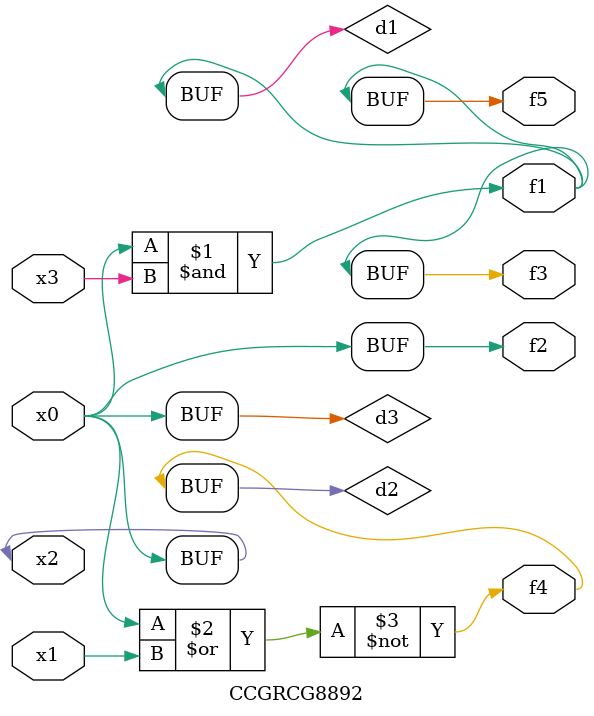
<source format=v>
module CCGRCG8892(
	input x0, x1, x2, x3,
	output f1, f2, f3, f4, f5
);

	wire d1, d2, d3;

	and (d1, x2, x3);
	nor (d2, x0, x1);
	buf (d3, x0, x2);
	assign f1 = d1;
	assign f2 = d3;
	assign f3 = d1;
	assign f4 = d2;
	assign f5 = d1;
endmodule

</source>
